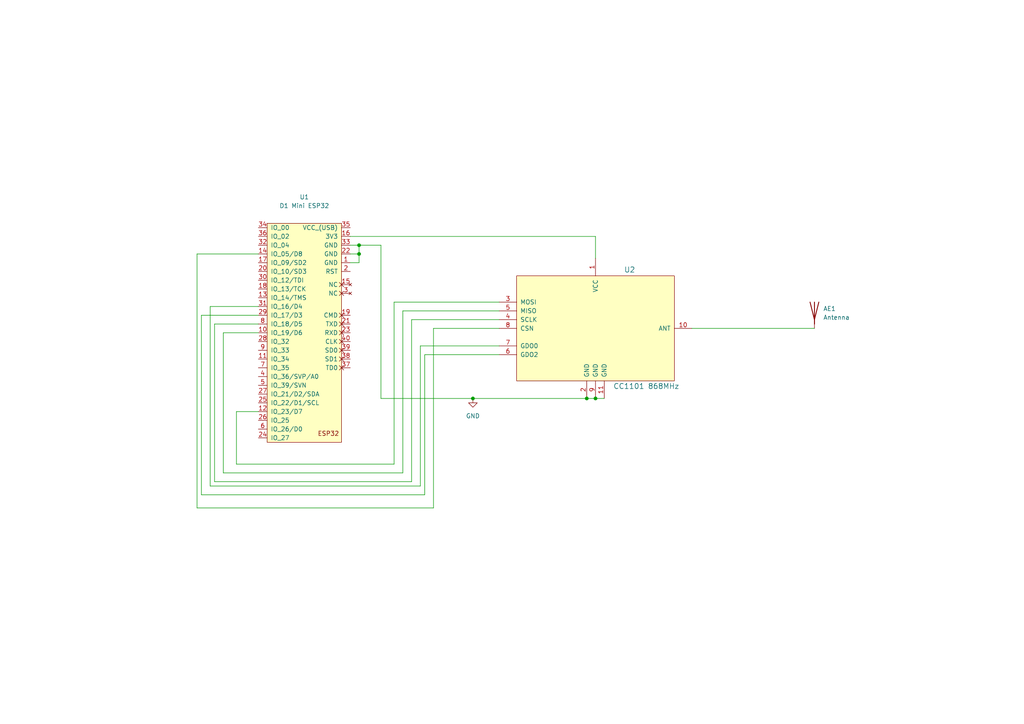
<source format=kicad_sch>
(kicad_sch (version 20231120) (generator "eeschema") (generator_version "8.0")
  (paper "A4")
  (lib_symbols
    (symbol "CC1101:CC1101-868MHz-Module" (pin_names (offset 1.016))
      (property "Reference" "U" (at -22.86 16.51 0))
      (property "Value" "CC1101-868MHz-Module" (at 0 0 0))
      (symbol "CC1101-868MHz-Module_0_1"
        (rectangle (start 22.86 15.24) (end -22.86 -15.24) (fill (type background)))
      )
      (symbol "CC1101-868MHz-Module_1_1"
        (pin power_in line (at 0 20.32 270) (length 5.08) (name "VCC") (number "1"))
        (pin bidirectional line (at 27.94 0 180) (length 5.08) (name "ANT") (number "10"))
        (pin power_in line (at 2.54 -20.32 90) (length 5.08) (name "GND") (number "11"))
        (pin power_in line (at -2.54 -20.32 90) (length 5.08) (name "GND") (number "2"))
        (pin input line (at -27.94 7.62 0) (length 5.08) (name "MOSI") (number "3"))
        (pin input line (at -27.94 2.54 0) (length 5.08) (name "SCLK") (number "4"))
        (pin output line (at -27.94 5.08 0) (length 5.08) (name "MISO") (number "5"))
        (pin output line (at -27.94 -7.62 0) (length 5.08) (name "GDO2") (number "6"))
        (pin bidirectional line (at -27.94 -5.08 0) (length 5.08) (name "GDO0") (number "7"))
        (pin input line (at -27.94 0 0) (length 5.08) (name "CSN") (number "8"))
        (pin power_in line (at 0 -20.32 90) (length 5.08) (name "GND") (number "9"))
      )
    )
    (symbol "Device:Antenna" (pin_numbers hide) (pin_names (offset 1.016) hide)
      (property "Reference" "AE" (at -1.905 1.905 0))
      (property "Value" "Antenna" (at -1.905 0 0))
      (symbol "Antenna_0_1"
        (polyline (pts (xy 0 2.54) (xy 0 -3.81)) (stroke (width 0.254)))
        (polyline (pts (xy 1.27 2.54) (xy 0 -2.54) (xy -1.27 2.54)) (stroke (width 0.254)))
      )
      (symbol "Antenna_1_1"
        (pin input line (at 0 -5.08 90) (length 2.54) (name "A") (number "1"))
      )
    )
    (symbol "ESP32 D1 Mini:mini_esp32" (pin_names (offset 1.016))
      (property "Reference" "U" (at -7.62 -50.8 0))
      (property "Value" "mini_esp32" (at 5.08 -59.69 0))
      (property "Footprint" "Module:ESP32_mini" (at 3.81 2.54 0))
      (symbol "mini_esp32_0_0"
        (text "ESP32" (at 7.62 -62.23 0) (effects (font (size 1.27 1.27))))
        (pin power_in line (at 13.97 -12.7 180) (length 2.54) (name "GND") (number "1"))
        (pin input line (at 13.97 -15.24 180) (length 2.54) (name "RST") (number "2"))
        (pin no_connect non_logic (at 13.97 -21.59 180) (length 2.54) (name "NC") (number "3"))
        (pin bidirectional line (at -12.7 -45.72 0) (length 2.54) (name "IO_36/SVP/A0") (number "4"))
        (pin bidirectional line (at -12.7 -48.26 0) (length 2.54) (name "IO_39/SVN") (number "5"))
      )
      (symbol "mini_esp32_0_1"
        (rectangle (start -10.16 -1.27) (end 11.43 -64.77) (fill (type background)))
      )
      (symbol "mini_esp32_1_1"
        (pin bidirectional line (at -12.7 -33.02 0) (length 2.54) (name "IO_19/D6") (number "10"))
        (pin bidirectional line (at -12.7 -40.64 0) (length 2.54) (name "IO_34") (number "11"))
        (pin bidirectional line (at -12.7 -55.88 0) (length 2.54) (name "IO_23/D7") (number "12"))
        (pin bidirectional line (at -12.7 -22.86 0) (length 2.54) (name "IO_14/TMS") (number "13"))
        (pin bidirectional line (at -12.7 -10.16 0) (length 2.54) (name "IO_05/D8") (number "14"))
        (pin no_connect non_logic (at 13.97 -19.05 180) (length 2.54) (name "NC") (number "15"))
        (pin power_in line (at 13.97 -5.08 180) (length 2.54) (name "3V3") (number "16"))
        (pin bidirectional line (at -12.7 -12.7 0) (length 2.54) (name "IO_09/SD2") (number "17"))
        (pin bidirectional line (at -12.7 -20.32 0) (length 2.54) (name "IO_13/TCK") (number "18"))
        (pin passive non_logic (at 13.97 -27.94 180) (length 2.54) (name "CMD") (number "19"))
        (pin bidirectional line (at -12.7 -15.24 0) (length 2.54) (name "IO_10/SD3") (number "20"))
        (pin passive non_logic (at 13.97 -30.48 180) (length 2.54) (name "TXD") (number "21"))
        (pin power_in line (at 13.97 -10.16 180) (length 2.54) (name "GND") (number "22"))
        (pin passive non_logic (at 13.97 -33.02 180) (length 2.54) (name "RXD") (number "23"))
        (pin bidirectional line (at -12.7 -63.5 0) (length 2.54) (name "IO_27") (number "24"))
        (pin bidirectional line (at -12.7 -53.34 0) (length 2.54) (name "IO_22/D1/SCL") (number "25"))
        (pin bidirectional line (at -12.7 -58.42 0) (length 2.54) (name "IO_25") (number "26"))
        (pin bidirectional line (at -12.7 -50.8 0) (length 2.54) (name "IO_21/D2/SDA") (number "27"))
        (pin bidirectional line (at -12.7 -35.56 0) (length 2.54) (name "IO_32") (number "28"))
        (pin bidirectional line (at -12.7 -27.94 0) (length 2.54) (name "IO_17/D3") (number "29"))
        (pin bidirectional line (at -12.7 -17.78 0) (length 2.54) (name "IO_12/TDI") (number "30"))
        (pin bidirectional line (at -12.7 -25.4 0) (length 2.54) (name "IO_16/D4") (number "31"))
        (pin bidirectional line (at -12.7 -7.62 0) (length 2.54) (name "IO_04") (number "32"))
        (pin power_in line (at 13.97 -7.62 180) (length 2.54) (name "GND") (number "33"))
        (pin bidirectional line (at -12.7 -2.54 0) (length 2.54) (name "IO_00") (number "34"))
        (pin power_in line (at 13.97 -2.54 180) (length 2.54) (name "VCC_(USB)") (number "35"))
        (pin bidirectional line (at -12.7 -5.08 0) (length 2.54) (name "IO_02") (number "36"))
        (pin passive non_logic (at 13.97 -43.18 180) (length 2.54) (name "TD0") (number "37"))
        (pin passive non_logic (at 13.97 -40.64 180) (length 2.54) (name "SD1") (number "38"))
        (pin passive non_logic (at 13.97 -38.1 180) (length 2.54) (name "SD0") (number "39"))
        (pin passive non_logic (at 13.97 -35.56 180) (length 2.54) (name "CLK") (number "40"))
        (pin bidirectional line (at -12.7 -60.96 0) (length 2.54) (name "IO_26/D0") (number "6"))
        (pin bidirectional line (at -12.7 -43.18 0) (length 2.54) (name "IO_35") (number "7"))
        (pin bidirectional line (at -12.7 -30.48 0) (length 2.54) (name "IO_18/D5") (number "8"))
        (pin bidirectional line (at -12.7 -38.1 0) (length 2.54) (name "IO_33") (number "9"))
      )
    )
    (symbol "power:GND" (power) (pin_numbers hide) (pin_names (offset 0) hide)
      (property "Value" "GND" (at 0 -3.81 0))
      (symbol "GND_0_1"
        (polyline (pts (xy 0 0) (xy 0 -1.27) (xy 1.27 -1.27) (xy 0 -2.54) (xy -1.27 -1.27) (xy 0 -1.27)))
      )
      (symbol "GND_1_1"
        (pin power_in line (at 0 0 270) (length 0) (name "~") (number "1"))
      )
    )
  )
  (junction (at 104.14 73.66))
  (junction (at 137.16 115.57))
  (junction (at 172.72 115.57))
  (junction (at 104.14 71.12))
  (junction (at 170.18 115.57))
  (wire (pts (xy 58.42 91.44) (xy 74.93 91.44)))
  (wire (pts (xy 58.42 143.51) (xy 58.42 91.44)))
  (wire (pts (xy 144.78 102.87) (xy 123.19 102.87)))
  (wire (pts (xy 104.14 71.12) (xy 101.6 71.12)))
  (wire (pts (xy 101.6 73.66) (xy 104.14 73.66)))
  (wire (pts (xy 125.73 147.32) (xy 57.15 147.32)))
  (wire (pts (xy 119.38 92.71) (xy 119.38 139.7)))
  (wire (pts (xy 114.3 134.62) (xy 68.58 134.62)))
  (wire (pts (xy 121.92 100.33) (xy 121.92 140.97)))
  (wire (pts (xy 172.72 68.58) (xy 101.6 68.58)))
  (wire (pts (xy 68.58 119.38) (xy 74.93 119.38)))
  (wire (pts (xy 60.96 88.9) (xy 74.93 88.9)))
  (wire (pts (xy 68.58 134.62) (xy 68.58 119.38)))
  (wire (pts (xy 121.92 140.97) (xy 60.96 140.97)))
  (wire (pts (xy 104.14 73.66) (xy 104.14 71.12)))
  (wire (pts (xy 123.19 102.87) (xy 123.19 143.51)))
  (wire (pts (xy 114.3 87.63) (xy 114.3 134.62)))
  (wire (pts (xy 57.15 73.66) (xy 74.93 73.66)))
  (wire (pts (xy 144.78 87.63) (xy 114.3 87.63)))
  (wire (pts (xy 144.78 95.25) (xy 125.73 95.25)))
  (wire (pts (xy 62.23 139.7) (xy 62.23 93.98)))
  (wire (pts (xy 57.15 147.32) (xy 57.15 73.66)))
  (wire (pts (xy 170.18 115.57) (xy 172.72 115.57)))
  (wire (pts (xy 64.77 96.52) (xy 74.93 96.52)))
  (wire (pts (xy 144.78 90.17) (xy 116.84 90.17)))
  (wire (pts (xy 110.49 115.57) (xy 110.49 71.12)))
  (wire (pts (xy 137.16 115.57) (xy 170.18 115.57)))
  (wire (pts (xy 64.77 137.16) (xy 64.77 96.52)))
  (wire (pts (xy 172.72 115.57) (xy 175.26 115.57)))
  (wire (pts (xy 200.66 95.25) (xy 236.22 95.25)))
  (wire (pts (xy 104.14 76.2) (xy 104.14 73.66)))
  (wire (pts (xy 62.23 93.98) (xy 74.93 93.98)))
  (wire (pts (xy 110.49 71.12) (xy 104.14 71.12)))
  (wire (pts (xy 60.96 140.97) (xy 60.96 88.9)))
  (wire (pts (xy 116.84 90.17) (xy 116.84 137.16)))
  (wire (pts (xy 172.72 74.93) (xy 172.72 68.58)))
  (wire (pts (xy 101.6 76.2) (xy 104.14 76.2)))
  (wire (pts (xy 119.38 139.7) (xy 62.23 139.7)))
  (wire (pts (xy 116.84 137.16) (xy 64.77 137.16)))
  (wire (pts (xy 144.78 92.71) (xy 119.38 92.71)))
  (wire (pts (xy 144.78 100.33) (xy 121.92 100.33)))
  (wire (pts (xy 125.73 95.25) (xy 125.73 147.32)))
  (wire (pts (xy 110.49 115.57) (xy 137.16 115.57)))
  (wire (pts (xy 123.19 143.51) (xy 58.42 143.51)))
  (symbol (lib_id "ESP32 D1 Mini:mini_esp32") (at 87.63 63.5 0) (unit 1)
    (property "Reference" "U1" (at 88.265 57.15 0))
    (property "Value" "D1 Mini ESP32" (at 88.265 59.69 0))
    (property "Footprint" "Module:ESP32_mini" (effects (hide yes)))
    (property "Description" "https://www.amazon.de/gp/product/B08BTYCGVV/ref=ox_sc_act_title_1?smid=A1X7QLRQH87QA3&th=1" (effects (hide yes)))
  )
  (symbol (lib_id "power:GND") (at 137.16 115.57 0) (unit 1)
    (property "Reference" "#PWR01" (effects (hide yes)))
    (property "Value" "GND" (at 137.16 120.65 0))
    (property "Description" "Power symbol creates a global label with name \"GND\" , ground" (effects (hide yes)))
  )
  (symbol (lib_id "CC1101:CC1101-868MHz-Module") (at 172.72 95.25 0) (unit 1)
    (property "Reference" "U2" (at 182.626 78.232 0) (effects (font (size 1.524 1.524))))
    (property "Value" "CC1101 868MHz" (at 187.452 112.014 0) (effects (font (size 1.524 1.524))))
    (property "Footprint" "miscellaneous:CC1101-868MHz-Module" (effects (hide yes)))
    (property "Datasheet" "http://www.digirf.com/XWFU/2013/4f3751b81deca976.pdf" (effects (hide yes)))
    (property "Description" "CC1101 868/915 MHz module" (effects (hide yes)))
  )
  (symbol (lib_id "Device:Antenna") (at 236.22 90.17 0) (unit 1)
    (property "Reference" "AE1" (at 238.76 89.5349 0) (effects (justify left)))
    (property "Value" "Antenna" (at 238.76 92.0749 0) (effects (justify left)))
    (property "Footprint" "TestPoint:TestPoint_Loop_D1.80mm_Drill1.0mm_Beaded" (effects (hide yes)))
    (property "Description" "Antenna" (effects (hide yes)))
  )
)
</source>
